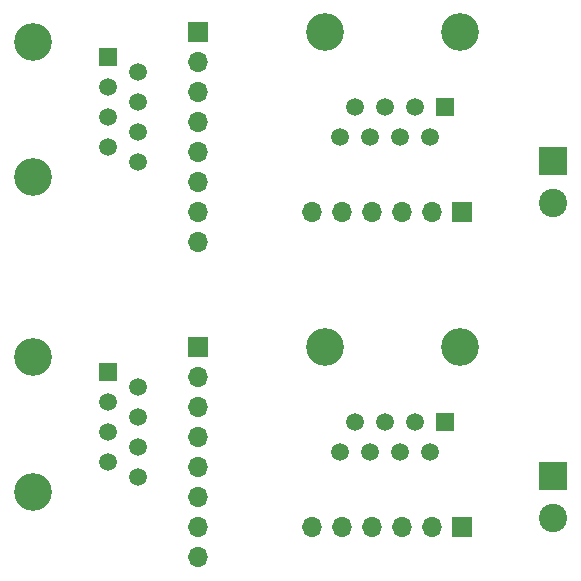
<source format=gbr>
%TF.GenerationSoftware,KiCad,Pcbnew,7.0.9*%
%TF.CreationDate,2024-06-07T23:50:55-04:00*%
%TF.ProjectId,8P breakout header,38502062-7265-4616-9b6f-757420686561,rev?*%
%TF.SameCoordinates,Original*%
%TF.FileFunction,Soldermask,Bot*%
%TF.FilePolarity,Negative*%
%FSLAX46Y46*%
G04 Gerber Fmt 4.6, Leading zero omitted, Abs format (unit mm)*
G04 Created by KiCad (PCBNEW 7.0.9) date 2024-06-07 23:50:55*
%MOMM*%
%LPD*%
G01*
G04 APERTURE LIST*
%ADD10R,1.700000X1.700000*%
%ADD11O,1.700000X1.700000*%
%ADD12C,3.200000*%
%ADD13R,1.500000X1.500000*%
%ADD14C,1.500000*%
%ADD15R,2.400000X2.400000*%
%ADD16C,2.400000*%
G04 APERTURE END LIST*
D10*
%TO.C,J6*%
X195742500Y-93980000D03*
D11*
X193202500Y-93980000D03*
X190662500Y-93980000D03*
X188122500Y-93980000D03*
X185582500Y-93980000D03*
X183042500Y-93980000D03*
%TD*%
D10*
%TO.C,J4*%
X173355000Y-78740000D03*
D11*
X173355000Y-81280000D03*
X173355000Y-83820000D03*
X173355000Y-86360000D03*
X173355000Y-88900000D03*
X173355000Y-91440000D03*
X173355000Y-93980000D03*
X173355000Y-96520000D03*
%TD*%
D12*
%TO.C,J3*%
X195580000Y-78760000D03*
X184150000Y-78760000D03*
D13*
X194310000Y-85110000D03*
D14*
X193040000Y-87650000D03*
X191770000Y-85110000D03*
X190500000Y-87650000D03*
X189230000Y-85110000D03*
X187960000Y-87650000D03*
X186690000Y-85110000D03*
X185420000Y-87650000D03*
%TD*%
D12*
%TO.C,J1*%
X159405000Y-79537500D03*
X159405000Y-90967500D03*
D13*
X165755000Y-80807500D03*
D14*
X168295000Y-82077500D03*
X165755000Y-83347500D03*
X168295000Y-84617500D03*
X165755000Y-85887500D03*
X168295000Y-87157500D03*
X165755000Y-88427500D03*
X168295000Y-89697500D03*
%TD*%
D15*
%TO.C,J7*%
X203462500Y-89690000D03*
D16*
X203462500Y-93190000D03*
%TD*%
D12*
%TO.C,J1*%
X159405000Y-64297500D03*
X159405000Y-52867500D03*
D13*
X165755000Y-54137500D03*
D14*
X168295000Y-55407500D03*
X165755000Y-56677500D03*
X168295000Y-57947500D03*
X165755000Y-59217500D03*
X168295000Y-60487500D03*
X165755000Y-61757500D03*
X168295000Y-63027500D03*
%TD*%
D15*
%TO.C,J7*%
X203462500Y-63020000D03*
D16*
X203462500Y-66520000D03*
%TD*%
D10*
%TO.C,J6*%
X195742500Y-67310000D03*
D11*
X193202500Y-67310000D03*
X190662500Y-67310000D03*
X188122500Y-67310000D03*
X185582500Y-67310000D03*
X183042500Y-67310000D03*
%TD*%
D10*
%TO.C,J4*%
X173355000Y-52070000D03*
D11*
X173355000Y-54610000D03*
X173355000Y-57150000D03*
X173355000Y-59690000D03*
X173355000Y-62230000D03*
X173355000Y-64770000D03*
X173355000Y-67310000D03*
X173355000Y-69850000D03*
%TD*%
D12*
%TO.C,J3*%
X184150000Y-52090000D03*
X195580000Y-52090000D03*
D13*
X194310000Y-58440000D03*
D14*
X193040000Y-60980000D03*
X191770000Y-58440000D03*
X190500000Y-60980000D03*
X189230000Y-58440000D03*
X187960000Y-60980000D03*
X186690000Y-58440000D03*
X185420000Y-60980000D03*
%TD*%
M02*

</source>
